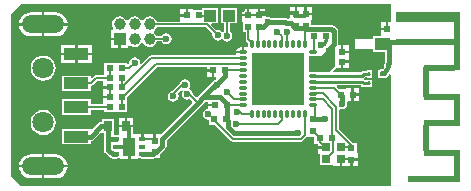
<source format=gtl>
%FSLAX44Y44*%
%MOMM*%
G71*
G01*
G75*
G04 Layer_Physical_Order=1*
G04 Layer_Color=255*
%ADD10C,0.3000*%
%ADD11C,0.4000*%
%ADD12R,1.0000X1.0000*%
%ADD13R,0.6000X0.6000*%
%ADD14R,0.7500X0.6500*%
%ADD15R,0.2500X0.4000*%
%ADD16O,0.7500X0.2800*%
%ADD17O,0.2800X0.7500*%
%ADD18R,4.5000X4.5000*%
%ADD19R,0.6000X0.3500*%
%ADD20R,1.0000X1.6000*%
%ADD21R,0.6000X0.6000*%
%ADD22R,0.7000X0.9000*%
%ADD23R,2.1000X1.0000*%
%ADD24R,2.2000X1.0500*%
%ADD25R,1.0500X1.0000*%
%ADD26R,3.9400X0.5000*%
%ADD27R,0.5000X2.0000*%
%ADD28R,2.6400X0.5000*%
%ADD29R,4.9000X0.5000*%
%ADD30R,0.5000X5.0000*%
%ADD31R,4.9000X0.9000*%
%ADD32R,0.5000X2.7000*%
%ADD33C,0.1500*%
%ADD34C,0.2500*%
%ADD35R,0.8000X0.3000*%
%ADD36R,0.1270X0.9398*%
%ADD37R,1.0000X0.1000*%
%ADD38R,0.1000X0.7000*%
%ADD39R,0.9000X0.3000*%
%ADD40R,0.2000X0.8000*%
%ADD41R,0.2000X0.7000*%
%ADD42R,0.2000X0.6000*%
%ADD43R,0.8000X0.2000*%
%ADD44R,1.2056X0.3999*%
%ADD45R,0.2000X1.1000*%
%ADD46R,1.0562X0.1836*%
%ADD47R,0.5334X0.2032*%
%ADD48R,0.5000X0.2259*%
%ADD49R,0.1818X0.4999*%
%ADD50R,0.4999X0.3145*%
%ADD51R,0.2939X0.5000*%
%ADD52R,0.2119X0.5000*%
%ADD53R,0.5860X0.9000*%
%ADD54R,0.4872X0.5000*%
%ADD55R,0.4658X0.5000*%
%ADD56R,0.4997X0.1609*%
%ADD57R,0.3013X0.5000*%
%ADD58C,1.0000*%
%ADD59R,1.0000X1.0000*%
%ADD60C,1.8000*%
%ADD61O,3.6000X1.5000*%
%ADD62C,0.6000*%
G36*
X2490017Y2539336D02*
X2492126Y2537084D01*
X2491531Y2536489D01*
X2491599Y2536421D01*
X2489976Y2535337D01*
X2488062Y2534956D01*
X2485776Y2538862D01*
X2485740Y2538898D01*
X2486600Y2539473D01*
X2487616Y2539675D01*
X2489078Y2539624D01*
Y2539725D01*
X2490017Y2539336D01*
D02*
G37*
G36*
X2495428Y2580898D02*
X2493126D01*
Y2575358D01*
X2492126D01*
Y2574358D01*
X2486586D01*
Y2569818D01*
D01*
Y2569818D01*
X2485752Y2568984D01*
X2480560D01*
Y2567000D01*
X2465000D01*
Y2558000D01*
X2480560D01*
Y2555984D01*
X2490091D01*
Y2546096D01*
X2490096Y2546072D01*
X2489835Y2544091D01*
X2489061Y2542222D01*
X2488334Y2541275D01*
X2487672Y2541298D01*
X2487490Y2541229D01*
X2487299Y2541267D01*
X2486284Y2541066D01*
X2486015Y2540886D01*
X2485699Y2540823D01*
X2484838Y2540248D01*
X2484745Y2540110D01*
X2484592Y2540046D01*
X2484469Y2539749D01*
Y2537881D01*
X2484716Y2537459D01*
Y2534020D01*
X2486814D01*
X2486955Y2533913D01*
X2487051Y2533769D01*
X2490329D01*
X2490561Y2533924D01*
X2490878Y2533987D01*
X2492501Y2535071D01*
X2492593Y2535209D01*
X2492747Y2535273D01*
X2492843Y2535505D01*
X2493274Y2535936D01*
X2493380Y2536191D01*
X2494016Y2536966D01*
X2495428Y2536461D01*
Y2532322D01*
X2495790Y2531960D01*
Y2526249D01*
X2495428Y2525887D01*
Y2441824D01*
X2182106D01*
X2173850Y2450080D01*
Y2587740D01*
X2182286Y2596176D01*
X2495428D01*
Y2580898D01*
D02*
G37*
%LPC*%
G36*
X2201000Y2552591D02*
X2198259Y2552230D01*
X2195705Y2551172D01*
X2193511Y2549489D01*
X2191828Y2547295D01*
X2190770Y2544741D01*
X2190409Y2542000D01*
X2190770Y2539259D01*
X2191828Y2536705D01*
X2193511Y2534511D01*
X2195705Y2532828D01*
X2198259Y2531770D01*
X2201000Y2531409D01*
X2203741Y2531770D01*
X2206295Y2532828D01*
X2208489Y2534511D01*
X2210172Y2536705D01*
X2211230Y2539259D01*
X2211591Y2542000D01*
X2211230Y2544741D01*
X2210172Y2547295D01*
X2208489Y2549489D01*
X2206295Y2551172D01*
X2203741Y2552230D01*
X2201000Y2552591D01*
D02*
G37*
G36*
X2242040Y2553000D02*
X2230000D01*
Y2546460D01*
X2242040D01*
Y2553000D01*
D02*
G37*
G36*
X2468376Y2525098D02*
X2463836D01*
Y2520558D01*
X2468376D01*
Y2525098D01*
D02*
G37*
G36*
X2459486Y2546498D02*
X2454946D01*
Y2541958D01*
X2459486D01*
Y2546498D01*
D02*
G37*
G36*
X2228000Y2553000D02*
X2215960D01*
Y2546460D01*
X2228000D01*
Y2553000D01*
D02*
G37*
G36*
X2343886Y2539132D02*
X2339346D01*
Y2534592D01*
X2343886D01*
Y2539132D01*
D02*
G37*
G36*
X2468376Y2518558D02*
X2463836D01*
Y2514018D01*
X2468376D01*
Y2518558D01*
D02*
G37*
G36*
X2467440Y2463520D02*
X2462900D01*
Y2458980D01*
X2467440D01*
Y2463520D01*
D02*
G37*
G36*
X2200000Y2469127D02*
X2190500D01*
X2187879Y2468781D01*
X2185437Y2467770D01*
X2183339Y2466161D01*
X2181730Y2464063D01*
X2180718Y2461621D01*
X2180505Y2460000D01*
X2200000D01*
Y2469127D01*
D02*
G37*
G36*
Y2458000D02*
X2180505D01*
X2180718Y2456379D01*
X2181730Y2453937D01*
X2183339Y2451839D01*
X2185437Y2450230D01*
X2187879Y2449218D01*
X2190500Y2448873D01*
X2200000D01*
Y2458000D01*
D02*
G37*
G36*
X2221495D02*
X2202000D01*
Y2448873D01*
X2211500D01*
X2214121Y2449218D01*
X2216563Y2450230D01*
X2218661Y2451839D01*
X2220270Y2453937D01*
X2221282Y2456379D01*
X2221495Y2458000D01*
D02*
G37*
G36*
X2270026Y2499928D02*
X2264986D01*
Y2493888D01*
X2270026D01*
Y2499928D01*
D02*
G37*
G36*
X2277066D02*
X2272026D01*
Y2493888D01*
X2277066D01*
Y2499928D01*
D02*
G37*
G36*
X2211500Y2469127D02*
X2202000D01*
Y2460000D01*
X2221495D01*
X2221282Y2461621D01*
X2220270Y2464063D01*
X2218661Y2466161D01*
X2216563Y2467770D01*
X2214121Y2468781D01*
X2211500Y2469127D01*
D02*
G37*
G36*
X2201000Y2506591D02*
X2198259Y2506230D01*
X2195705Y2505172D01*
X2193511Y2503489D01*
X2191828Y2501295D01*
X2190770Y2498741D01*
X2190409Y2496000D01*
X2190770Y2493259D01*
X2191828Y2490705D01*
X2193511Y2488511D01*
X2195705Y2486828D01*
X2198259Y2485770D01*
X2201000Y2485409D01*
X2203741Y2485770D01*
X2206295Y2486828D01*
X2208489Y2488511D01*
X2210172Y2490705D01*
X2211230Y2493259D01*
X2211591Y2496000D01*
X2211230Y2498741D01*
X2210172Y2501295D01*
X2208489Y2503489D01*
X2206295Y2505172D01*
X2203741Y2506230D01*
X2201000Y2506591D01*
D02*
G37*
G36*
X2228000Y2561540D02*
X2215960D01*
Y2555000D01*
X2228000D01*
Y2561540D01*
D02*
G37*
G36*
X2422000Y2593540D02*
X2416000D01*
Y2588000D01*
X2415000D01*
Y2587000D01*
X2409460D01*
Y2584837D01*
X2408263Y2583640D01*
X2408137Y2583573D01*
X2407014Y2584323D01*
X2405649Y2584595D01*
X2394047D01*
X2393044Y2585265D01*
X2391288Y2585614D01*
X2390114Y2585381D01*
X2389617Y2585788D01*
X2383414D01*
Y2586788D01*
X2382414D01*
Y2592328D01*
X2375524D01*
Y2586788D01*
X2374524D01*
Y2585788D01*
X2368984D01*
Y2581248D01*
X2370024D01*
Y2572288D01*
X2372230D01*
Y2566694D01*
X2372405Y2565816D01*
X2372902Y2565072D01*
X2374543Y2563430D01*
Y2560400D01*
X2374137Y2559211D01*
X2372600Y2559517D01*
X2371250D01*
Y2555500D01*
X2370250D01*
Y2554500D01*
X2364082D01*
X2364178Y2554014D01*
X2363227Y2552854D01*
X2292162D01*
X2291284Y2552679D01*
X2290540Y2552182D01*
X2284115Y2545757D01*
X2282792Y2546464D01*
X2282846Y2546736D01*
X2282497Y2548492D01*
X2281502Y2549980D01*
X2280014Y2550975D01*
X2278258Y2551324D01*
X2276502Y2550975D01*
X2275014Y2549980D01*
X2274019Y2548492D01*
X2273670Y2546736D01*
X2273813Y2546018D01*
X2272653Y2545067D01*
X2271756Y2545438D01*
Y2546410D01*
X2262756D01*
Y2546410D01*
X2262032Y2546410D01*
X2261756D01*
Y2546410D01*
X2261756D01*
X2261756D01*
X2252756D01*
Y2538282D01*
X2252756D01*
Y2536076D01*
X2245492D01*
X2244614Y2535901D01*
X2243870Y2535404D01*
X2242386Y2533920D01*
X2241000Y2534494D01*
Y2535500D01*
X2217000D01*
Y2522500D01*
X2241000D01*
Y2527170D01*
X2241174D01*
X2242052Y2527345D01*
X2242796Y2527842D01*
X2246442Y2531488D01*
X2251716D01*
Y2531194D01*
X2251716D01*
Y2526654D01*
X2257256D01*
Y2524654D01*
X2251716D01*
Y2520114D01*
Y2518526D01*
X2257256D01*
Y2516526D01*
X2251716D01*
Y2511986D01*
D01*
Y2511986D01*
X2250934Y2511204D01*
X2241000D01*
Y2515500D01*
X2217000D01*
Y2502500D01*
X2241000D01*
Y2506616D01*
X2252756D01*
Y2504898D01*
X2261756D01*
Y2504898D01*
X2262756Y2504898D01*
Y2504898D01*
X2271756D01*
Y2513026D01*
Y2517728D01*
X2297294Y2543266D01*
X2339346D01*
Y2541132D01*
X2344886D01*
Y2540132D01*
X2345886D01*
Y2534592D01*
X2346991D01*
X2347565Y2533206D01*
X2346647Y2532288D01*
X2346098Y2532179D01*
X2344610Y2531184D01*
X2343615Y2529696D01*
X2343506Y2529147D01*
X2334051Y2519691D01*
X2331574Y2517215D01*
X2330074D01*
X2327539Y2519750D01*
X2327589Y2520000D01*
X2327239Y2521756D01*
X2326245Y2523244D01*
X2324756Y2524239D01*
X2325119Y2526065D01*
X2325239Y2526244D01*
X2325589Y2528000D01*
X2325239Y2529756D01*
X2324245Y2531244D01*
X2322756Y2532239D01*
X2321000Y2532588D01*
X2319245Y2532239D01*
X2317756Y2531244D01*
X2316761Y2529756D01*
X2316575Y2528819D01*
X2310181Y2522425D01*
X2309245Y2522239D01*
X2307756Y2521244D01*
X2306761Y2519756D01*
X2306412Y2518000D01*
X2306761Y2516244D01*
X2307756Y2514756D01*
X2309245Y2513761D01*
X2311000Y2513412D01*
X2312756Y2513761D01*
X2314245Y2514756D01*
X2315239Y2516244D01*
X2315589Y2518000D01*
X2315239Y2519756D01*
X2314743Y2520499D01*
X2316941Y2522697D01*
X2318582Y2523023D01*
X2319048Y2522774D01*
X2318881Y2521935D01*
X2318761Y2521756D01*
X2318412Y2520000D01*
X2318761Y2518244D01*
X2319756Y2516756D01*
X2321245Y2515761D01*
X2323000Y2515412D01*
X2324756Y2515761D01*
X2324926Y2515874D01*
X2326830Y2513970D01*
Y2512470D01*
X2300515Y2486156D01*
X2296276D01*
Y2480616D01*
X2294276D01*
Y2486156D01*
X2290402D01*
Y2486256D01*
X2285862D01*
Y2481966D01*
X2283862D01*
Y2486256D01*
X2279322D01*
Y2486006D01*
X2277066D01*
Y2491888D01*
X2264986D01*
Y2486294D01*
X2263826Y2485343D01*
X2262862Y2485535D01*
X2261026D01*
Y2486888D01*
X2261026D01*
Y2498888D01*
X2251026D01*
Y2496457D01*
X2249986D01*
X2248620Y2496185D01*
X2247463Y2495411D01*
X2242097Y2490046D01*
X2241000Y2490500D01*
Y2490500D01*
X2241000Y2490500D01*
X2217000D01*
Y2477500D01*
X2241000D01*
Y2480341D01*
X2241008D01*
X2242374Y2480613D01*
X2243531Y2481387D01*
X2249640Y2487496D01*
X2251026Y2486922D01*
Y2486888D01*
X2252457D01*
Y2481966D01*
Y2472901D01*
X2252404Y2472635D01*
X2252676Y2471269D01*
X2253450Y2470112D01*
X2257119Y2466443D01*
X2258276Y2465669D01*
X2259642Y2465397D01*
X2262862D01*
X2264228Y2465669D01*
X2264298Y2465716D01*
X2266322D01*
Y2464926D01*
X2272862D01*
Y2475466D01*
X2274862D01*
Y2464926D01*
X2281402D01*
Y2465716D01*
X2283426D01*
X2283496Y2465669D01*
X2284862Y2465397D01*
X2293626D01*
X2294992Y2465669D01*
X2295661Y2466116D01*
X2299776D01*
Y2469120D01*
X2304299Y2473643D01*
X2305073Y2474801D01*
X2305345Y2476166D01*
Y2480892D01*
X2334375Y2509923D01*
X2338052Y2513599D01*
X2340616D01*
Y2511668D01*
X2346156D01*
Y2509668D01*
X2340616D01*
Y2507611D01*
X2338986Y2507287D01*
X2337498Y2506292D01*
X2336503Y2504804D01*
X2336154Y2503048D01*
X2336503Y2501292D01*
X2337498Y2499804D01*
X2338986Y2498809D01*
X2340742Y2498460D01*
X2341402Y2497918D01*
Y2494230D01*
X2346323D01*
X2360125Y2480428D01*
X2360125Y2480428D01*
X2360869Y2479931D01*
X2361747Y2479756D01*
X2419117D01*
X2419995Y2479931D01*
X2420739Y2480428D01*
X2423814Y2483503D01*
X2423891Y2483618D01*
X2430024D01*
Y2477442D01*
X2433974D01*
Y2475854D01*
X2440264D01*
Y2473854D01*
X2433974D01*
Y2469064D01*
X2435014D01*
Y2460104D01*
X2445514D01*
Y2460104D01*
X2445934D01*
X2446974Y2459064D01*
Y2459064D01*
X2452264D01*
Y2464854D01*
X2454264D01*
Y2459064D01*
X2456360D01*
Y2458980D01*
X2460900D01*
Y2464520D01*
X2461900D01*
Y2465520D01*
X2467440D01*
Y2470060D01*
X2466400D01*
Y2479020D01*
X2463264D01*
X2451494Y2490790D01*
Y2506367D01*
X2452654Y2507318D01*
X2453772Y2507096D01*
X2455528Y2507445D01*
X2457016Y2508440D01*
X2458011Y2509928D01*
X2458360Y2511684D01*
X2458127Y2512858D01*
X2459078Y2514018D01*
X2461836D01*
Y2519558D01*
Y2525098D01*
X2457296D01*
Y2524058D01*
X2451580D01*
X2449308Y2526330D01*
X2449882Y2527716D01*
X2469589D01*
X2470267Y2527037D01*
X2471177Y2526430D01*
X2472250Y2526216D01*
X2474716D01*
Y2526020D01*
X2479216D01*
Y2527437D01*
X2479459Y2527801D01*
Y2530239D01*
X2479216Y2530603D01*
Y2532020D01*
X2474716D01*
Y2531824D01*
X2473411D01*
X2472733Y2532502D01*
X2472733Y2532503D01*
Y2533156D01*
X2473793Y2534216D01*
X2474716D01*
Y2534020D01*
X2479216D01*
Y2535437D01*
X2479463Y2535808D01*
Y2538232D01*
X2479216Y2538602D01*
Y2540020D01*
X2474716D01*
Y2539824D01*
X2472250D01*
X2471177Y2539610D01*
X2470267Y2539003D01*
X2469588Y2538324D01*
X2446822D01*
X2446248Y2539709D01*
X2448496Y2541958D01*
X2452946D01*
Y2547498D01*
X2453946D01*
Y2548498D01*
X2459486D01*
Y2550086D01*
Y2554626D01*
X2453946D01*
Y2555626D01*
X2452946D01*
Y2561166D01*
X2451502D01*
X2450551Y2562325D01*
X2450553Y2562334D01*
Y2573284D01*
X2450281Y2574649D01*
X2449507Y2575807D01*
X2447457Y2577857D01*
X2446299Y2578631D01*
X2444934Y2578903D01*
X2427500D01*
Y2582460D01*
X2428540D01*
Y2587000D01*
X2423000D01*
Y2588000D01*
X2422000D01*
Y2593540D01*
D02*
G37*
G36*
X2321534Y2592154D02*
X2316994D01*
Y2587614D01*
X2321534D01*
Y2592154D01*
D02*
G37*
G36*
X2200000Y2589127D02*
X2190500D01*
X2187879Y2588782D01*
X2185437Y2587770D01*
X2183339Y2586161D01*
X2181730Y2584063D01*
X2180718Y2581621D01*
X2180505Y2580000D01*
X2200000D01*
Y2589127D01*
D02*
G37*
G36*
X2211500D02*
X2202000D01*
Y2580000D01*
X2221495D01*
X2221282Y2581621D01*
X2220270Y2584063D01*
X2218661Y2586161D01*
X2216563Y2587770D01*
X2214121Y2588782D01*
X2211500Y2589127D01*
D02*
G37*
G36*
X2414000Y2593540D02*
X2409460D01*
Y2589000D01*
X2414000D01*
Y2593540D01*
D02*
G37*
G36*
X2428540D02*
X2424000D01*
Y2589000D01*
X2428540D01*
Y2593540D01*
D02*
G37*
G36*
X2373524Y2592328D02*
X2368984D01*
Y2587788D01*
X2373524D01*
Y2592328D01*
D02*
G37*
G36*
X2388954D02*
X2384414D01*
Y2587788D01*
X2388954D01*
Y2592328D01*
D02*
G37*
G36*
X2491126Y2580898D02*
X2486586D01*
Y2576358D01*
X2491126D01*
Y2580898D01*
D02*
G37*
G36*
X2264558Y2565548D02*
X2258018D01*
Y2559008D01*
X2264558D01*
Y2565548D01*
D02*
G37*
G36*
X2459486Y2561166D02*
X2454946D01*
Y2556626D01*
X2459486D01*
Y2561166D01*
D02*
G37*
G36*
X2369250Y2559517D02*
X2367900D01*
X2366363Y2559211D01*
X2365059Y2558341D01*
X2364189Y2557037D01*
X2364082Y2556500D01*
X2369250D01*
Y2559517D01*
D02*
G37*
G36*
X2242040Y2561540D02*
X2230000D01*
Y2555000D01*
X2242040D01*
Y2561540D01*
D02*
G37*
G36*
X2364640Y2592860D02*
X2351640D01*
Y2579860D01*
X2354196D01*
Y2572967D01*
X2353246Y2572332D01*
X2352370D01*
X2351860Y2573094D01*
X2350372Y2574089D01*
X2348616Y2574438D01*
X2347495Y2574215D01*
X2343236Y2578474D01*
X2343810Y2579860D01*
X2348640D01*
Y2592860D01*
X2335640D01*
Y2591114D01*
X2328074D01*
Y2592154D01*
X2323534D01*
Y2586614D01*
X2322534D01*
Y2585614D01*
X2316994D01*
Y2581404D01*
X2297101D01*
X2296636Y2582526D01*
X2295594Y2583884D01*
X2294236Y2584926D01*
X2292655Y2585581D01*
X2290958Y2585804D01*
X2289261Y2585581D01*
X2287680Y2584926D01*
X2286322Y2583884D01*
X2285358Y2582627D01*
X2283858D01*
X2282894Y2583884D01*
X2281536Y2584926D01*
X2279955Y2585581D01*
X2278258Y2585804D01*
X2276561Y2585581D01*
X2274980Y2584926D01*
X2273622Y2583884D01*
X2272658Y2582627D01*
X2271158D01*
X2270194Y2583884D01*
X2268836Y2584926D01*
X2267255Y2585581D01*
X2265558Y2585804D01*
X2263861Y2585581D01*
X2262280Y2584926D01*
X2260922Y2583884D01*
X2259880Y2582526D01*
X2259225Y2580945D01*
X2259002Y2579248D01*
X2259225Y2577551D01*
X2259880Y2575970D01*
X2260292Y2575433D01*
X2259629Y2574088D01*
X2258018D01*
Y2567548D01*
X2265558D01*
Y2566548D01*
X2266558D01*
Y2559008D01*
X2273098D01*
Y2560619D01*
X2274443Y2561282D01*
X2274980Y2560870D01*
X2276561Y2560215D01*
X2278258Y2559992D01*
X2279955Y2560215D01*
X2281536Y2560870D01*
X2282894Y2561912D01*
X2283858Y2563169D01*
X2285358D01*
X2286322Y2561912D01*
X2287680Y2560870D01*
X2289261Y2560215D01*
X2290958Y2559992D01*
X2292655Y2560215D01*
X2294236Y2560870D01*
X2295594Y2561912D01*
X2296636Y2563270D01*
X2297231Y2564706D01*
X2301121D01*
X2301756Y2563756D01*
X2303244Y2562761D01*
X2305000Y2562412D01*
X2306756Y2562761D01*
X2308244Y2563756D01*
X2309239Y2565244D01*
X2309588Y2567000D01*
X2309239Y2568756D01*
X2308244Y2570244D01*
X2306756Y2571239D01*
X2305000Y2571588D01*
X2303244Y2571239D01*
X2301756Y2570244D01*
X2301121Y2569294D01*
X2296856D01*
X2296636Y2569826D01*
X2295594Y2571184D01*
X2294337Y2572148D01*
Y2573648D01*
X2295594Y2574612D01*
X2296636Y2575970D01*
X2296986Y2576816D01*
X2338406D01*
X2344251Y2570971D01*
X2344028Y2569850D01*
X2344377Y2568094D01*
X2345372Y2566606D01*
X2346860Y2565611D01*
X2348616Y2565262D01*
X2350372Y2565611D01*
X2351860Y2566606D01*
X2352737D01*
X2353246Y2565844D01*
X2354734Y2564849D01*
X2356490Y2564500D01*
X2358246Y2564849D01*
X2359734Y2565844D01*
X2360729Y2567332D01*
X2361078Y2569088D01*
X2360729Y2570844D01*
X2359734Y2572332D01*
X2358784Y2572967D01*
Y2579860D01*
X2364640D01*
Y2592860D01*
D02*
G37*
G36*
X2221495Y2578000D02*
X2202000D01*
Y2568873D01*
X2211500D01*
X2214121Y2569218D01*
X2216563Y2570230D01*
X2218661Y2571839D01*
X2220270Y2573937D01*
X2221282Y2576379D01*
X2221495Y2578000D01*
D02*
G37*
G36*
X2200000D02*
X2180505D01*
X2180718Y2576379D01*
X2181730Y2573937D01*
X2183339Y2571839D01*
X2185437Y2570230D01*
X2187879Y2569218D01*
X2190500Y2568873D01*
X2200000D01*
Y2578000D01*
D02*
G37*
%LPD*%
G36*
X2447930Y2558420D02*
Y2543688D01*
X2442850Y2538608D01*
X2425832D01*
X2426086Y2552070D01*
X2436246D01*
X2440056Y2555880D01*
Y2558674D01*
X2447676D01*
X2447930Y2558420D01*
D02*
G37*
D10*
X2436246Y2561214D02*
G03*
X2440484Y2565452I0J4238D01*
G01*
X2414402Y2586534D02*
X2422784D01*
X2273862Y2479466D02*
Y2492888D01*
X2262862Y2475466D02*
X2273862D01*
X2385018Y2588392D02*
X2414402D01*
X2532512Y2542926D02*
X2535803Y2542496D01*
X2524638Y2535814D02*
X2525104Y2529995D01*
X2551054Y2574676D02*
X2551504Y2564996D01*
X2551562Y2542164D01*
X2551504Y2564996D02*
X2551562Y2570358D01*
X2271026Y2492888D02*
X2273862D01*
X2383414Y2586788D02*
X2385018Y2588392D01*
X2273862Y2475466D02*
Y2479466D01*
D11*
X2490348Y2538100D02*
G03*
X2493660Y2546096I-7996J7996D01*
G01*
X2414402Y2576280D02*
X2422530D01*
X2410902Y2579780D02*
X2414402Y2576280D01*
X2336574Y2517168D02*
X2354886Y2535480D01*
X2493660Y2546096D02*
Y2564262D01*
X2228026Y2483910D02*
X2241008D01*
X2225026D02*
X2228026D01*
X2301776Y2482370D02*
X2331852Y2512446D01*
X2357500Y2492308D02*
X2362508Y2487300D01*
X2357500Y2492308D02*
Y2497132D01*
X2355902Y2498730D02*
X2357500Y2497132D01*
X2453772Y2511684D02*
Y2518622D01*
X2443946Y2555626D02*
Y2559296D01*
X2493660Y2564262D02*
X2523925D01*
X2331852Y2512446D02*
X2336574Y2517168D01*
X2356156Y2498984D02*
Y2510668D01*
X2362508Y2487300D02*
X2416942D01*
X2422530Y2576280D02*
X2422784Y2576534D01*
X2429468Y2499238D02*
X2439548D01*
X2452836Y2519558D02*
X2453772Y2518622D01*
X2355902Y2498730D02*
X2356156Y2498984D01*
X2443946Y2547498D02*
Y2555626D01*
X2422833Y2576485D02*
X2423984Y2575334D01*
X2443946Y2559296D02*
X2446984Y2562334D01*
Y2573284D01*
X2444934Y2575334D02*
X2446984Y2573284D01*
X2423984Y2575334D02*
X2444934D01*
X2383414Y2576788D02*
X2387050D01*
X2391288Y2581026D01*
X2354886Y2535480D02*
Y2540132D01*
X2336574Y2517168D02*
X2350606D01*
X2356156Y2510668D02*
Y2511618D01*
X2350606Y2517168D02*
X2356156Y2511618D01*
X2301776Y2476166D02*
Y2482370D01*
X2296226Y2470616D02*
X2301776Y2476166D01*
X2295276Y2470616D02*
X2296226D01*
X2293626Y2468966D02*
X2295276Y2470616D01*
X2284862Y2468966D02*
X2293626D01*
X2249986Y2492888D02*
X2256026D01*
X2241008Y2483910D02*
X2249986Y2492888D01*
X2256026D02*
Y2493904D01*
Y2481966D02*
Y2492888D01*
X2255973Y2472635D02*
X2259642Y2468966D01*
X2256026Y2481966D02*
X2262862D01*
X2256026Y2472688D02*
Y2481966D01*
X2255973Y2472635D02*
X2256026Y2472688D01*
X2259642Y2468966D02*
X2262862D01*
X2391288Y2581026D02*
X2405649D01*
X2406895Y2579780D01*
X2410902D01*
D12*
X2342140Y2586360D02*
D03*
X2358140D02*
D03*
D13*
X2415000Y2588000D02*
D03*
Y2578000D02*
D03*
X2295276Y2470616D02*
D03*
Y2480616D02*
D03*
X2461900Y2474520D02*
D03*
Y2464520D02*
D03*
X2429388Y2499158D02*
D03*
Y2489158D02*
D03*
X2492126Y2565358D02*
D03*
Y2575358D02*
D03*
X2423000Y2578000D02*
D03*
Y2588000D02*
D03*
X2374524Y2576788D02*
D03*
Y2586788D02*
D03*
X2383414Y2576788D02*
D03*
Y2586788D02*
D03*
D14*
X2440264Y2464854D02*
D03*
X2453264D02*
D03*
X2440264Y2474854D02*
D03*
X2453264D02*
D03*
D15*
X2476966Y2537020D02*
D03*
Y2529020D02*
D03*
X2481966Y2537020D02*
D03*
Y2529020D02*
D03*
X2486966Y2537020D02*
D03*
Y2529020D02*
D03*
D16*
X2370250Y2555500D02*
D03*
Y2550500D02*
D03*
Y2545500D02*
D03*
Y2540500D02*
D03*
Y2535500D02*
D03*
Y2530500D02*
D03*
Y2525500D02*
D03*
Y2520500D02*
D03*
X2370250Y2515500D02*
D03*
X2370250Y2510500D02*
D03*
X2429750D02*
D03*
X2429750Y2515500D02*
D03*
X2429750Y2520500D02*
D03*
Y2525500D02*
D03*
Y2530500D02*
D03*
Y2535500D02*
D03*
Y2540500D02*
D03*
Y2545500D02*
D03*
Y2550500D02*
D03*
Y2555500D02*
D03*
D17*
X2377500Y2503250D02*
D03*
X2382500D02*
D03*
X2387500D02*
D03*
X2392500D02*
D03*
X2397500D02*
D03*
X2402500D02*
D03*
X2407500D02*
D03*
X2412500D02*
D03*
X2417500Y2503250D02*
D03*
X2422500Y2503250D02*
D03*
Y2562750D02*
D03*
X2417500Y2562750D02*
D03*
X2412500Y2562750D02*
D03*
X2407500D02*
D03*
X2402500D02*
D03*
X2397500D02*
D03*
X2392500D02*
D03*
X2387500D02*
D03*
X2382500D02*
D03*
X2377500D02*
D03*
D18*
X2400000Y2533000D02*
D03*
D19*
X2284862Y2468966D02*
D03*
X2262862D02*
D03*
X2284862Y2475466D02*
D03*
Y2481966D02*
D03*
X2262862Y2475466D02*
D03*
Y2481966D02*
D03*
D20*
X2273862Y2475466D02*
D03*
D21*
X2257256Y2541910D02*
D03*
X2267256D02*
D03*
X2267256Y2509398D02*
D03*
X2257256D02*
D03*
X2267256Y2517526D02*
D03*
X2257256D02*
D03*
X2267256Y2525654D02*
D03*
X2257256D02*
D03*
X2267256Y2533782D02*
D03*
X2257256D02*
D03*
X2322534Y2586614D02*
D03*
X2332534D02*
D03*
X2354886Y2540132D02*
D03*
X2344886D02*
D03*
X2356156Y2510668D02*
D03*
X2346156D02*
D03*
X2355902Y2498730D02*
D03*
X2345902D02*
D03*
X2445564Y2482982D02*
D03*
X2435564D02*
D03*
X2452836Y2519558D02*
D03*
X2462836D02*
D03*
X2443946Y2547498D02*
D03*
X2453946D02*
D03*
X2443946Y2555626D02*
D03*
X2453946D02*
D03*
X2440484Y2568834D02*
D03*
X2430484D02*
D03*
D22*
X2271026Y2492888D02*
D03*
X2256026D02*
D03*
D23*
X2229000Y2554000D02*
D03*
Y2529000D02*
D03*
Y2509000D02*
D03*
Y2484000D02*
D03*
D24*
X2472060Y2547734D02*
D03*
Y2577234D02*
D03*
D25*
X2487310Y2562484D02*
D03*
D26*
X2529303Y2448497D02*
D03*
D27*
X2525104Y2529995D02*
D03*
X2525103Y2482996D02*
D03*
D28*
X2535803Y2542496D02*
D03*
X2535803Y2517495D02*
D03*
X2535803Y2470496D02*
D03*
X2535803Y2495497D02*
D03*
D29*
X2524500Y2564500D02*
D03*
D30*
X2551504Y2564996D02*
D03*
D31*
X2524503Y2585497D02*
D03*
D32*
X2551503Y2506496D02*
D03*
X2551503Y2459497D02*
D03*
D33*
X2414402Y2586534D02*
Y2588392D01*
X2225580Y2529464D02*
X2241174D01*
X2339356Y2579110D02*
X2348616Y2569850D01*
X2291096Y2579110D02*
X2339356D01*
X2290958Y2579248D02*
X2291096Y2579110D01*
X2342140Y2586360D02*
X2342640D01*
X2332788D02*
X2342140D01*
X2430658Y2500428D02*
Y2510560D01*
X2323522Y2520522D02*
X2331598Y2512446D01*
X2284862Y2481966D02*
X2293926D01*
X2369249Y2502735D02*
X2377833D01*
X2402971Y2502953D02*
X2402995Y2502993D01*
X2402833Y2502735D02*
X2402971Y2502953D01*
X2228026Y2508910D02*
X2256768D01*
X2225026D02*
X2228026D01*
X2399000Y2573000D02*
X2403000Y2569000D01*
Y2563250D02*
Y2569000D01*
X2407000Y2563250D02*
Y2573000D01*
X2291410Y2567000D02*
X2305000D01*
X2320457Y2528544D02*
X2321000Y2528000D01*
X2319544Y2528544D02*
X2320457D01*
X2311000Y2520000D02*
X2319544Y2528544D01*
X2311000Y2518000D02*
Y2520000D01*
X2323000Y2520000D02*
Y2521044D01*
X2290958Y2566548D02*
X2291410Y2567000D01*
X2296344Y2545560D02*
X2370008D01*
X2292162Y2550560D02*
X2370008D01*
X2268310Y2517526D02*
X2296344Y2545560D01*
X2267256Y2525654D02*
X2292162Y2550560D01*
X2345902Y2497895D02*
X2361747Y2482050D01*
X2419117D01*
X2345902Y2497895D02*
Y2498730D01*
X2364000Y2495000D02*
X2400000D01*
X2403000Y2498000D01*
X2340742Y2503048D02*
X2345902Y2498730D01*
X2340742Y2503048D02*
Y2503556D01*
X2414402Y2586280D02*
Y2586534D01*
X2374524Y2586788D02*
X2383414D01*
X2331598Y2512446D02*
X2331852D01*
X2461566Y2464854D02*
X2461900Y2464520D01*
X2453264Y2464854D02*
X2461566D01*
X2429388Y2489158D02*
X2435564Y2482982D01*
Y2479554D02*
Y2482982D01*
Y2479554D02*
X2440264Y2474854D01*
X2248540Y2525654D02*
X2257256D01*
X2249048Y2517526D02*
X2257256D01*
Y2525654D01*
Y2541910D02*
X2257256Y2541910D01*
X2257256Y2533782D02*
Y2541910D01*
X2267256Y2541910D02*
X2273432D01*
X2278258Y2546736D01*
X2356156Y2510668D02*
X2369900D01*
X2365126Y2504826D02*
X2367158D01*
X2369249Y2502735D01*
X2369900Y2510668D02*
X2370008Y2510560D01*
X2362774Y2515560D02*
X2370008D01*
X2356744Y2521590D02*
X2362774Y2515560D01*
X2440484Y2565452D02*
Y2568834D01*
X2332534Y2586614D02*
X2332788Y2586360D01*
X2356490Y2569088D02*
Y2585210D01*
X2357640Y2586360D01*
X2355314Y2540560D02*
X2370008D01*
X2354886Y2540132D02*
X2355314Y2540560D01*
X2422192Y2485125D02*
Y2502094D01*
X2422833Y2502735D01*
X2419117Y2482050D02*
X2422192Y2485125D01*
X2293926Y2481966D02*
X2295276Y2480616D01*
X2382833Y2576207D02*
X2383414Y2576788D01*
X2382833Y2563385D02*
Y2576207D01*
X2429468Y2499238D02*
X2430658Y2500428D01*
X2429388Y2499158D02*
X2429468Y2499238D01*
X2446834Y2525560D02*
X2452836Y2519558D01*
X2437530Y2520560D02*
X2449200Y2508890D01*
X2437704Y2515560D02*
X2445564Y2507700D01*
X2449200Y2489840D02*
Y2508890D01*
X2430484Y2555734D02*
Y2568834D01*
Y2555734D02*
X2430658Y2555560D01*
X2445564Y2482982D02*
Y2507700D01*
X2449200Y2489840D02*
X2461900Y2477140D01*
Y2474520D02*
Y2477140D01*
X2461566Y2474854D02*
X2461900Y2474520D01*
X2453264Y2474854D02*
X2461566D01*
X2445564Y2482982D02*
X2446264Y2482282D01*
Y2470672D02*
Y2482282D01*
X2440446Y2464854D02*
X2446264Y2470672D01*
X2440264Y2464854D02*
X2440446D01*
X2267256Y2517526D02*
X2268310D01*
X2267256Y2533782D02*
X2268310D01*
X2245492D02*
X2257256D01*
X2241174Y2529464D02*
X2245492Y2533782D01*
X2225026Y2528910D02*
X2225580Y2529464D01*
X2267256Y2525654D02*
Y2533782D01*
Y2509398D02*
Y2517526D01*
X2256768Y2508910D02*
X2257256Y2509398D01*
X2374524Y2566694D02*
Y2576788D01*
Y2566694D02*
X2377833Y2563385D01*
X2422784Y2576534D02*
X2422833Y2576485D01*
Y2563385D02*
Y2576485D01*
X2403000Y2498000D02*
Y2503000D01*
X2402995Y2502993D02*
X2403000Y2503000D01*
X2430658Y2515560D02*
X2437704D01*
X2430658Y2520560D02*
X2437530D01*
X2430658Y2525560D02*
X2446834D01*
D34*
X2472250Y2529020D02*
X2476966D01*
X2470750Y2530520D02*
X2472250Y2529020D01*
X2470750Y2535520D02*
X2472250Y2537020D01*
X2476966D01*
X2430658Y2530520D02*
X2470750D01*
X2430658Y2535520D02*
X2470750D01*
D35*
X2548000Y2585500D02*
D03*
D36*
X2525273Y2538481D02*
D03*
D37*
X2547000Y2448500D02*
D03*
D38*
X2551500Y2451500D02*
D03*
D39*
X2547500Y2470500D02*
D03*
Y2495500D02*
D03*
D40*
X2551000Y2467000D02*
D03*
D41*
X2525000Y2473500D02*
D03*
X2551000Y2497500D02*
D03*
Y2514500D02*
D03*
D42*
X2525000Y2492000D02*
D03*
D43*
X2528000Y2496000D02*
D03*
D44*
X2545028Y2517000D02*
D03*
D45*
X2525000Y2521500D02*
D03*
D46*
X2546281Y2543082D02*
D03*
D47*
X2527305Y2542164D02*
D03*
D48*
X2525107Y2492992D02*
D03*
D49*
X2548903Y2448489D02*
D03*
D50*
X2525103Y2540870D02*
D03*
X2525103Y2519429D02*
D03*
D51*
X2548690Y2542499D02*
D03*
D52*
X2548702Y2564498D02*
D03*
D53*
X2548372Y2585501D02*
D03*
D54*
X2548620Y2517501D02*
D03*
D55*
X2548340Y2495500D02*
D03*
D56*
X2525102Y2472989D02*
D03*
D57*
X2549369Y2470500D02*
D03*
D58*
X2290958Y2579248D02*
D03*
Y2566548D02*
D03*
X2278258Y2579248D02*
D03*
Y2566548D02*
D03*
X2265558Y2579248D02*
D03*
D59*
Y2566548D02*
D03*
D60*
X2201000Y2496000D02*
D03*
Y2542000D02*
D03*
D61*
Y2459000D02*
D03*
Y2579000D02*
D03*
D62*
X2228000Y2542000D02*
D03*
X2210000Y2554000D02*
D03*
X2228000Y2565000D02*
D03*
X2183000Y2482000D02*
D03*
X2182000Y2551000D02*
D03*
X2481966Y2544270D02*
D03*
X2491466Y2530020D02*
D03*
X2481966Y2521770D02*
D03*
X2385000Y2548000D02*
D03*
X2395000Y2548000D02*
D03*
X2405000D02*
D03*
X2415000Y2548000D02*
D03*
X2385000Y2538000D02*
D03*
X2395000D02*
D03*
X2405000D02*
D03*
X2415000D02*
D03*
X2385000Y2528000D02*
D03*
X2395000D02*
D03*
X2405000D02*
D03*
X2415000D02*
D03*
X2385000Y2518000D02*
D03*
X2395000Y2518000D02*
D03*
X2405000D02*
D03*
X2415000Y2518000D02*
D03*
X2273862Y2471466D02*
D03*
Y2479466D02*
D03*
X2399000Y2573000D02*
D03*
X2391288Y2581026D02*
D03*
X2407000Y2573000D02*
D03*
X2305000Y2567000D02*
D03*
X2321000Y2528000D02*
D03*
X2311000Y2518000D02*
D03*
X2303404Y2588900D02*
D03*
X2322962Y2536322D02*
D03*
X2488000Y2589000D02*
D03*
X2323000Y2520000D02*
D03*
X2340000Y2489000D02*
D03*
X2356744Y2521590D02*
D03*
X2340742Y2503048D02*
D03*
X2365126Y2504826D02*
D03*
X2392499Y2474999D02*
D03*
X2377499D02*
D03*
X2364000Y2495000D02*
D03*
X2482499Y2504999D02*
D03*
X2474999Y2489999D02*
D03*
X2482499Y2474999D02*
D03*
X2474999Y2459999D02*
D03*
X2467499Y2504999D02*
D03*
X2459999Y2489999D02*
D03*
X2429999Y2459999D02*
D03*
X2422499Y2474999D02*
D03*
X2414999Y2459999D02*
D03*
X2407499Y2474999D02*
D03*
X2399999Y2459999D02*
D03*
X2384999D02*
D03*
X2369999D02*
D03*
X2362499Y2474999D02*
D03*
X2354999Y2459999D02*
D03*
X2347499Y2474999D02*
D03*
X2339999Y2459999D02*
D03*
X2332499Y2564999D02*
D03*
X2324999Y2489999D02*
D03*
X2332499Y2474999D02*
D03*
X2324999Y2459999D02*
D03*
X2317499Y2474999D02*
D03*
X2309999Y2459999D02*
D03*
X2294999Y2519999D02*
D03*
X2302499Y2504999D02*
D03*
X2294999Y2489999D02*
D03*
Y2459999D02*
D03*
X2279999Y2519999D02*
D03*
X2287499Y2504999D02*
D03*
X2279999Y2459999D02*
D03*
X2264999Y2549999D02*
D03*
Y2459999D02*
D03*
X2249999Y2579999D02*
D03*
Y2549999D02*
D03*
Y2459999D02*
D03*
X2234999Y2579999D02*
D03*
X2242499Y2564999D02*
D03*
Y2474999D02*
D03*
X2234999Y2459999D02*
D03*
X2204999Y2519999D02*
D03*
X2189999D02*
D03*
X2321692Y2565278D02*
D03*
X2478156Y2588392D02*
D03*
X2467742D02*
D03*
X2457836D02*
D03*
X2448438D02*
D03*
X2439548D02*
D03*
X2311532Y2588646D02*
D03*
X2254128Y2587884D02*
D03*
X2242698D02*
D03*
X2230252Y2588646D02*
D03*
X2220600Y2588392D02*
D03*
X2220854Y2449962D02*
D03*
X2232000Y2449000D02*
D03*
X2243206Y2449200D02*
D03*
X2253620D02*
D03*
X2264542D02*
D03*
X2273686Y2449708D02*
D03*
X2287148D02*
D03*
X2298070Y2449200D02*
D03*
X2307468Y2448946D02*
D03*
X2318898D02*
D03*
X2327280Y2449454D02*
D03*
X2337948Y2449962D02*
D03*
X2348000Y2450000D02*
D03*
X2358776Y2449962D02*
D03*
X2369190D02*
D03*
X2380366D02*
D03*
X2393066D02*
D03*
X2404242D02*
D03*
X2414148D02*
D03*
X2424308D02*
D03*
X2435230D02*
D03*
X2445390D02*
D03*
X2457328Y2450216D02*
D03*
X2470536Y2450470D02*
D03*
X2481966D02*
D03*
X2491110Y2449962D02*
D03*
X2490602Y2458852D02*
D03*
Y2467488D02*
D03*
X2491110Y2475616D02*
D03*
Y2485522D02*
D03*
Y2495174D02*
D03*
Y2504826D02*
D03*
Y2513208D02*
D03*
X2431928Y2586360D02*
D03*
X2368984Y2592328D02*
D03*
X2248540Y2525654D02*
D03*
X2249048Y2517526D02*
D03*
X2278258Y2546736D02*
D03*
X2436246Y2561214D02*
D03*
X2348616Y2569850D02*
D03*
X2356490Y2569088D02*
D03*
X2347854Y2527940D02*
D03*
X2416942Y2487300D02*
D03*
X2453772Y2511684D02*
D03*
X2439548Y2499238D02*
D03*
X2502636Y2585478D02*
D03*
M02*

</source>
